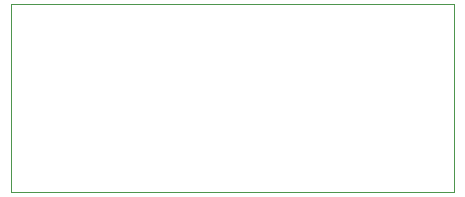
<source format=gbr>
%TF.GenerationSoftware,KiCad,Pcbnew,(5.1.10)-1*%
%TF.CreationDate,2021-09-02T15:22:23-07:00*%
%TF.ProjectId,Max 485 transmitter,4d617820-3438-4352-9074-72616e736d69,rev?*%
%TF.SameCoordinates,Original*%
%TF.FileFunction,Profile,NP*%
%FSLAX46Y46*%
G04 Gerber Fmt 4.6, Leading zero omitted, Abs format (unit mm)*
G04 Created by KiCad (PCBNEW (5.1.10)-1) date 2021-09-02 15:22:23*
%MOMM*%
%LPD*%
G01*
G04 APERTURE LIST*
%TA.AperFunction,Profile*%
%ADD10C,0.050000*%
%TD*%
G04 APERTURE END LIST*
D10*
X105410000Y-63500000D02*
X105410000Y-47625000D01*
X142875000Y-63500000D02*
X105410000Y-63500000D01*
X142875000Y-47625000D02*
X142875000Y-63500000D01*
X105410000Y-47625000D02*
X142875000Y-47625000D01*
M02*

</source>
